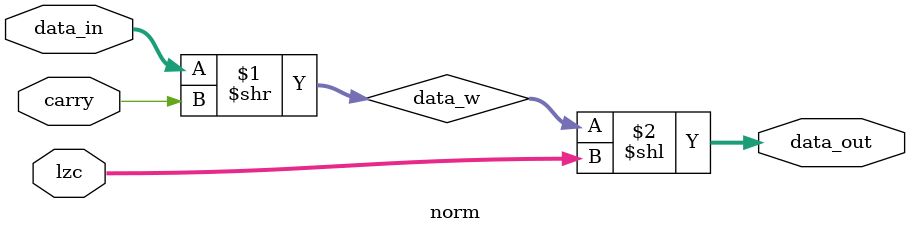
<source format=sv>
module norm #(MAN_WIDTH=11)(
    input logic carry,
    input logic [3:0]lzc,
    input logic [MAN_WIDTH-1:0]data_in,
    output logic [MAN_WIDTH-1:0]data_out
);
logic [MAN_WIDTH-1:0] data_w;
assign data_w = data_in >> carry;
assign data_out = data_w << lzc;
    
endmodule
</source>
